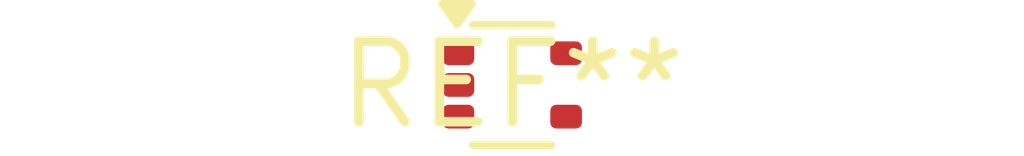
<source format=kicad_pcb>
(kicad_pcb (version 20240108) (generator pcbnew)
  (layers (0 "F.Cu" signal) (31 "B.Cu" signal) (34 "B.Paste" user) (35 "F.Paste" user) (36 "B.SilkS" user "B.Silkscreen") (37 "F.SilkS" user "F.Silkscreen") (38 "B.Mask" user) (39 "F.Mask" user) (44 "Edge.Cuts" user))
  (net 0 "")
  (footprint "Diodes_SOT-553" (layer "F.Cu") (at 0 0)
    (property "Reference" "REF**")
    (property "Value" "Diodes_SOT-553")
    (fp_line (start 0.625 -0.95) (end -0.625 -0.95) (layer "F.SilkS") (stroke (width 0.12)))
    (fp_line (start 0.625 0.95) (end -0.625 0.95) (layer "F.SilkS") (stroke (width 0.12)))
    (fp_poly (pts (xy -0.87 -0.95) (xy -0.63 -1.28) (xy -1.11 -1.28) (xy -0.87 -0.95)) (layer "F.SilkS") (stroke (width 0.12)) (fill solid))
    (pad "1" smd roundrect (at -0.85 -0.5) (size 0.5 0.375) (layers "F.Cu" "F.Paste" "F.Mask"))
    (pad "2" smd roundrect (at -0.85 0) (size 0.5 0.375) (layers "F.Cu" "F.Paste" "F.Mask"))
    (pad "3" smd roundrect (at -0.85 0.5) (size 0.5 0.375) (layers "F.Cu" "F.Paste" "F.Mask"))
    (pad "4" smd roundrect (at 0.85 0.5) (size 0.5 0.375) (layers "F.Cu" "F.Paste" "F.Mask"))
    (pad "5" smd roundrect (at 0.85 -0.5) (size 0.5 0.375) (layers "F.Cu" "F.Paste" "F.Mask"))
  )
)
</source>
